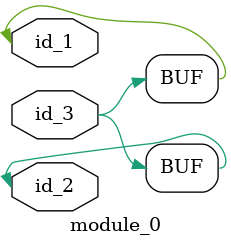
<source format=v>
module module_0 (
    id_1,
    id_2,
    id_3
);
  input id_3;
  inout id_2;
  inout id_1;
  assign id_1 = id_2[1'b0];
  assign id_2 = id_3;
  tri id_3;
endmodule

</source>
